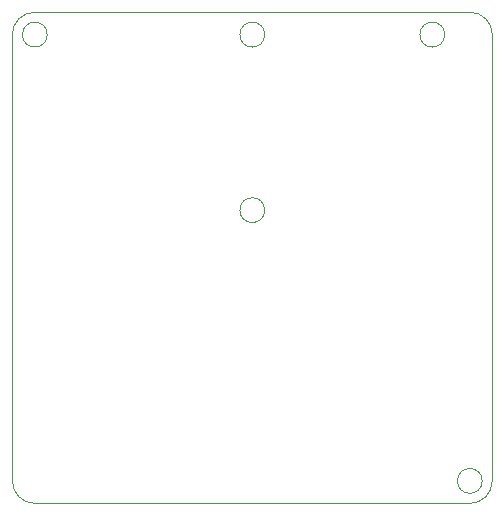
<source format=gbr>
%TF.GenerationSoftware,KiCad,Pcbnew,9.0.1*%
%TF.CreationDate,2025-06-22T03:23:01+02:00*%
%TF.ProjectId,Arduino socket,41726475-696e-46f2-9073-6f636b65742e,rev?*%
%TF.SameCoordinates,Original*%
%TF.FileFunction,Profile,NP*%
%FSLAX46Y46*%
G04 Gerber Fmt 4.6, Leading zero omitted, Abs format (unit mm)*
G04 Created by KiCad (PCBNEW 9.0.1) date 2025-06-22 03:23:01*
%MOMM*%
%LPD*%
G01*
G04 APERTURE LIST*
%TA.AperFunction,Profile*%
%ADD10C,0.050000*%
%TD*%
G04 APERTURE END LIST*
D10*
X128050000Y-69850000D02*
G75*
G02*
X125950000Y-69850000I-1050000J0D01*
G01*
X125950000Y-69850000D02*
G75*
G02*
X128050000Y-69850000I1050000J0D01*
G01*
X128050000Y-54991000D02*
G75*
G02*
X125950000Y-54991000I-1050000J0D01*
G01*
X125950000Y-54991000D02*
G75*
G02*
X128050000Y-54991000I1050000J0D01*
G01*
X108585000Y-53086000D02*
X145415000Y-53086000D01*
X145415000Y-53086000D02*
G75*
G02*
X147320000Y-54991000I0J-1905000D01*
G01*
X146464999Y-92774000D02*
G75*
G02*
X144364999Y-92774000I-1050000J0D01*
G01*
X144364999Y-92774000D02*
G75*
G02*
X146464999Y-92774000I1050000J0D01*
G01*
X145414999Y-94679000D02*
X108584999Y-94679000D01*
X106680000Y-54991000D02*
G75*
G02*
X108585000Y-53086000I1905000J0D01*
G01*
X147319999Y-92774000D02*
G75*
G02*
X145414999Y-94678999I-1904999J0D01*
G01*
X106679999Y-92774000D02*
X106680000Y-54991000D01*
X109635000Y-54991000D02*
G75*
G02*
X107535000Y-54991000I-1050000J0D01*
G01*
X107535000Y-54991000D02*
G75*
G02*
X109635000Y-54991000I1050000J0D01*
G01*
X143290000Y-54991000D02*
G75*
G02*
X141190000Y-54991000I-1050000J0D01*
G01*
X141190000Y-54991000D02*
G75*
G02*
X143290000Y-54991000I1050000J0D01*
G01*
X108584999Y-94679000D02*
G75*
G02*
X106680000Y-92774000I1J1905000D01*
G01*
X147320000Y-54991000D02*
X147319999Y-92774000D01*
M02*

</source>
